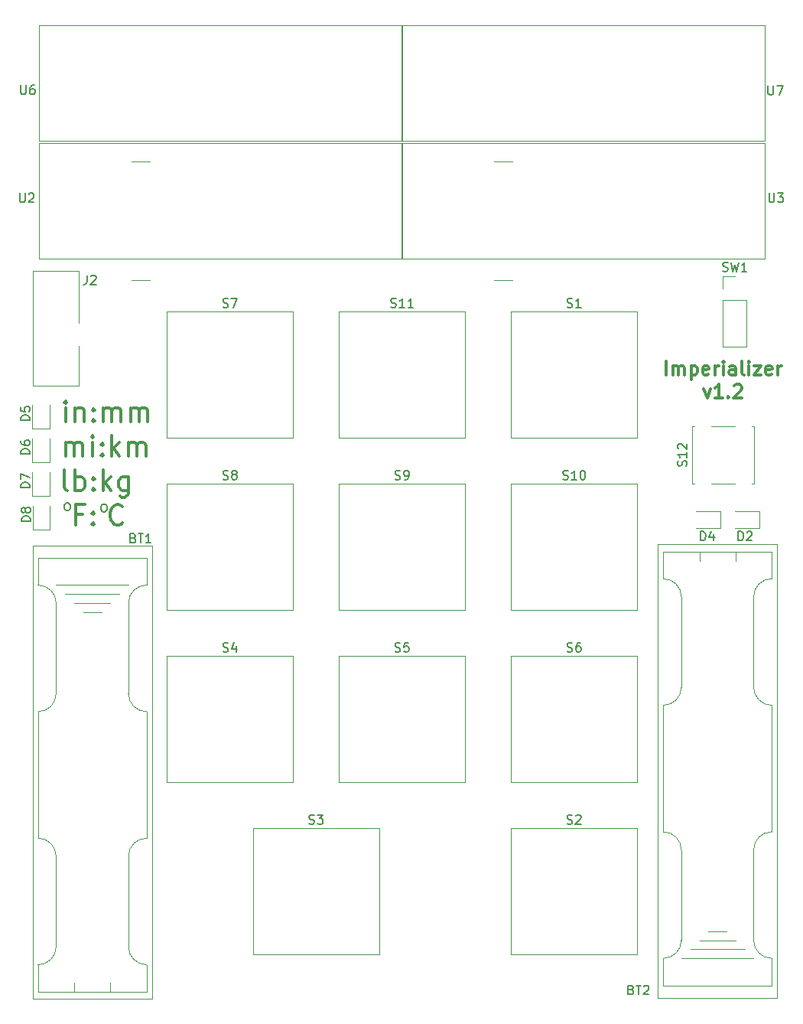
<source format=gbr>
G04 #@! TF.GenerationSoftware,KiCad,Pcbnew,(5.1.6-0-10_14)*
G04 #@! TF.CreationDate,2020-09-15T11:41:32-04:00*
G04 #@! TF.ProjectId,imperializer,696d7065-7269-4616-9c69-7a65722e6b69,1.2*
G04 #@! TF.SameCoordinates,Original*
G04 #@! TF.FileFunction,Legend,Top*
G04 #@! TF.FilePolarity,Positive*
%FSLAX46Y46*%
G04 Gerber Fmt 4.6, Leading zero omitted, Abs format (unit mm)*
G04 Created by KiCad (PCBNEW (5.1.6-0-10_14)) date 2020-09-15 11:41:32*
%MOMM*%
%LPD*%
G01*
G04 APERTURE LIST*
%ADD10C,0.300000*%
%ADD11C,0.150000*%
%ADD12C,0.120000*%
G04 APERTURE END LIST*
D10*
X99883428Y-82464571D02*
X99776285Y-82571714D01*
X99454857Y-82678857D01*
X99240571Y-82678857D01*
X98919142Y-82571714D01*
X98704857Y-82357428D01*
X98597714Y-82143142D01*
X98490571Y-81714571D01*
X98490571Y-81393142D01*
X98597714Y-80964571D01*
X98704857Y-80750285D01*
X98919142Y-80536000D01*
X99240571Y-80428857D01*
X99454857Y-80428857D01*
X99776285Y-80536000D01*
X99883428Y-80643142D01*
D11*
X97700714Y-81210476D02*
X97581666Y-81150952D01*
X97522142Y-81091428D01*
X97462619Y-80972380D01*
X97462619Y-80615238D01*
X97522142Y-80496190D01*
X97581666Y-80436666D01*
X97700714Y-80377142D01*
X97879285Y-80377142D01*
X97998333Y-80436666D01*
X98057857Y-80496190D01*
X98117380Y-80615238D01*
X98117380Y-80972380D01*
X98057857Y-81091428D01*
X97998333Y-81150952D01*
X97879285Y-81210476D01*
X97700714Y-81210476D01*
X93636714Y-81083476D02*
X93517666Y-81023952D01*
X93458142Y-80964428D01*
X93398619Y-80845380D01*
X93398619Y-80488238D01*
X93458142Y-80369190D01*
X93517666Y-80309666D01*
X93636714Y-80250142D01*
X93815285Y-80250142D01*
X93934333Y-80309666D01*
X93993857Y-80369190D01*
X94053380Y-80488238D01*
X94053380Y-80845380D01*
X93993857Y-80964428D01*
X93934333Y-81023952D01*
X93815285Y-81083476D01*
X93636714Y-81083476D01*
D10*
X93549857Y-75058857D02*
X93549857Y-73558857D01*
X93549857Y-73773142D02*
X93657000Y-73666000D01*
X93871286Y-73558857D01*
X94192714Y-73558857D01*
X94407000Y-73666000D01*
X94514143Y-73880285D01*
X94514143Y-75058857D01*
X94514143Y-73880285D02*
X94621286Y-73666000D01*
X94835571Y-73558857D01*
X95157000Y-73558857D01*
X95371286Y-73666000D01*
X95478428Y-73880285D01*
X95478428Y-75058857D01*
X96549857Y-75058857D02*
X96549857Y-73558857D01*
X96549857Y-72808857D02*
X96442714Y-72916000D01*
X96549857Y-73023142D01*
X96657000Y-72916000D01*
X96549857Y-72808857D01*
X96549857Y-73023142D01*
X97621286Y-74844571D02*
X97728428Y-74951714D01*
X97621286Y-75058857D01*
X97514143Y-74951714D01*
X97621286Y-74844571D01*
X97621286Y-75058857D01*
X97621286Y-73666000D02*
X97728428Y-73773142D01*
X97621286Y-73880285D01*
X97514143Y-73773142D01*
X97621286Y-73666000D01*
X97621286Y-73880285D01*
X98692714Y-75058857D02*
X98692714Y-72808857D01*
X98907000Y-74201714D02*
X99549857Y-75058857D01*
X99549857Y-73558857D02*
X98692714Y-74416000D01*
X100514143Y-75058857D02*
X100514143Y-73558857D01*
X100514143Y-73773142D02*
X100621286Y-73666000D01*
X100835571Y-73558857D01*
X101157000Y-73558857D01*
X101371286Y-73666000D01*
X101478428Y-73880285D01*
X101478428Y-75058857D01*
X101478428Y-73880285D02*
X101585571Y-73666000D01*
X101799857Y-73558857D01*
X102121286Y-73558857D01*
X102335571Y-73666000D01*
X102442714Y-73880285D01*
X102442714Y-75058857D01*
X93770095Y-78868857D02*
X93555809Y-78761714D01*
X93448666Y-78547428D01*
X93448666Y-76618857D01*
X94627238Y-78868857D02*
X94627238Y-76618857D01*
X94627238Y-77476000D02*
X94841523Y-77368857D01*
X95270095Y-77368857D01*
X95484381Y-77476000D01*
X95591523Y-77583142D01*
X95698666Y-77797428D01*
X95698666Y-78440285D01*
X95591523Y-78654571D01*
X95484381Y-78761714D01*
X95270095Y-78868857D01*
X94841523Y-78868857D01*
X94627238Y-78761714D01*
X96662952Y-78654571D02*
X96770095Y-78761714D01*
X96662952Y-78868857D01*
X96555809Y-78761714D01*
X96662952Y-78654571D01*
X96662952Y-78868857D01*
X96662952Y-77476000D02*
X96770095Y-77583142D01*
X96662952Y-77690285D01*
X96555809Y-77583142D01*
X96662952Y-77476000D01*
X96662952Y-77690285D01*
X97734381Y-78868857D02*
X97734381Y-76618857D01*
X97948666Y-78011714D02*
X98591523Y-78868857D01*
X98591523Y-77368857D02*
X97734381Y-78226000D01*
X100520095Y-77368857D02*
X100520095Y-79190285D01*
X100412952Y-79404571D01*
X100305809Y-79511714D01*
X100091523Y-79618857D01*
X99770095Y-79618857D01*
X99555809Y-79511714D01*
X100520095Y-78761714D02*
X100305809Y-78868857D01*
X99877238Y-78868857D01*
X99662952Y-78761714D01*
X99555809Y-78654571D01*
X99448666Y-78440285D01*
X99448666Y-77797428D01*
X99555809Y-77583142D01*
X99662952Y-77476000D01*
X99877238Y-77368857D01*
X100305809Y-77368857D01*
X100520095Y-77476000D01*
X95416714Y-81500285D02*
X94666714Y-81500285D01*
X94666714Y-82678857D02*
X94666714Y-80428857D01*
X95738142Y-80428857D01*
X96595285Y-82464571D02*
X96702428Y-82571714D01*
X96595285Y-82678857D01*
X96488142Y-82571714D01*
X96595285Y-82464571D01*
X96595285Y-82678857D01*
X96595285Y-81286000D02*
X96702428Y-81393142D01*
X96595285Y-81500285D01*
X96488142Y-81393142D01*
X96595285Y-81286000D01*
X96595285Y-81500285D01*
X93561762Y-71248857D02*
X93561762Y-69748857D01*
X93561762Y-68998857D02*
X93454619Y-69106000D01*
X93561762Y-69213142D01*
X93668905Y-69106000D01*
X93561762Y-68998857D01*
X93561762Y-69213142D01*
X94633191Y-69748857D02*
X94633191Y-71248857D01*
X94633191Y-69963142D02*
X94740334Y-69856000D01*
X94954619Y-69748857D01*
X95276048Y-69748857D01*
X95490334Y-69856000D01*
X95597476Y-70070285D01*
X95597476Y-71248857D01*
X96668905Y-71034571D02*
X96776048Y-71141714D01*
X96668905Y-71248857D01*
X96561762Y-71141714D01*
X96668905Y-71034571D01*
X96668905Y-71248857D01*
X96668905Y-69856000D02*
X96776048Y-69963142D01*
X96668905Y-70070285D01*
X96561762Y-69963142D01*
X96668905Y-69856000D01*
X96668905Y-70070285D01*
X97740334Y-71248857D02*
X97740334Y-69748857D01*
X97740334Y-69963142D02*
X97847476Y-69856000D01*
X98061762Y-69748857D01*
X98383191Y-69748857D01*
X98597476Y-69856000D01*
X98704619Y-70070285D01*
X98704619Y-71248857D01*
X98704619Y-70070285D02*
X98811762Y-69856000D01*
X99026048Y-69748857D01*
X99347476Y-69748857D01*
X99561762Y-69856000D01*
X99668905Y-70070285D01*
X99668905Y-71248857D01*
X100740334Y-71248857D02*
X100740334Y-69748857D01*
X100740334Y-69963142D02*
X100847476Y-69856000D01*
X101061762Y-69748857D01*
X101383191Y-69748857D01*
X101597476Y-69856000D01*
X101704619Y-70070285D01*
X101704619Y-71248857D01*
X101704619Y-70070285D02*
X101811762Y-69856000D01*
X102026048Y-69748857D01*
X102347476Y-69748857D01*
X102561762Y-69856000D01*
X102668905Y-70070285D01*
X102668905Y-71248857D01*
X160084285Y-66078571D02*
X160084285Y-64578571D01*
X160798571Y-66078571D02*
X160798571Y-65078571D01*
X160798571Y-65221428D02*
X160870000Y-65150000D01*
X161012857Y-65078571D01*
X161227142Y-65078571D01*
X161370000Y-65150000D01*
X161441428Y-65292857D01*
X161441428Y-66078571D01*
X161441428Y-65292857D02*
X161512857Y-65150000D01*
X161655714Y-65078571D01*
X161870000Y-65078571D01*
X162012857Y-65150000D01*
X162084285Y-65292857D01*
X162084285Y-66078571D01*
X162798571Y-65078571D02*
X162798571Y-66578571D01*
X162798571Y-65150000D02*
X162941428Y-65078571D01*
X163227142Y-65078571D01*
X163370000Y-65150000D01*
X163441428Y-65221428D01*
X163512857Y-65364285D01*
X163512857Y-65792857D01*
X163441428Y-65935714D01*
X163370000Y-66007142D01*
X163227142Y-66078571D01*
X162941428Y-66078571D01*
X162798571Y-66007142D01*
X164727142Y-66007142D02*
X164584285Y-66078571D01*
X164298571Y-66078571D01*
X164155714Y-66007142D01*
X164084285Y-65864285D01*
X164084285Y-65292857D01*
X164155714Y-65150000D01*
X164298571Y-65078571D01*
X164584285Y-65078571D01*
X164727142Y-65150000D01*
X164798571Y-65292857D01*
X164798571Y-65435714D01*
X164084285Y-65578571D01*
X165441428Y-66078571D02*
X165441428Y-65078571D01*
X165441428Y-65364285D02*
X165512857Y-65221428D01*
X165584285Y-65150000D01*
X165727142Y-65078571D01*
X165870000Y-65078571D01*
X166370000Y-66078571D02*
X166370000Y-65078571D01*
X166370000Y-64578571D02*
X166298571Y-64650000D01*
X166370000Y-64721428D01*
X166441428Y-64650000D01*
X166370000Y-64578571D01*
X166370000Y-64721428D01*
X167727142Y-66078571D02*
X167727142Y-65292857D01*
X167655714Y-65150000D01*
X167512857Y-65078571D01*
X167227142Y-65078571D01*
X167084285Y-65150000D01*
X167727142Y-66007142D02*
X167584285Y-66078571D01*
X167227142Y-66078571D01*
X167084285Y-66007142D01*
X167012857Y-65864285D01*
X167012857Y-65721428D01*
X167084285Y-65578571D01*
X167227142Y-65507142D01*
X167584285Y-65507142D01*
X167727142Y-65435714D01*
X168655714Y-66078571D02*
X168512857Y-66007142D01*
X168441428Y-65864285D01*
X168441428Y-64578571D01*
X169227142Y-66078571D02*
X169227142Y-65078571D01*
X169227142Y-64578571D02*
X169155714Y-64650000D01*
X169227142Y-64721428D01*
X169298571Y-64650000D01*
X169227142Y-64578571D01*
X169227142Y-64721428D01*
X169798571Y-65078571D02*
X170584285Y-65078571D01*
X169798571Y-66078571D01*
X170584285Y-66078571D01*
X171727142Y-66007142D02*
X171584285Y-66078571D01*
X171298571Y-66078571D01*
X171155714Y-66007142D01*
X171084285Y-65864285D01*
X171084285Y-65292857D01*
X171155714Y-65150000D01*
X171298571Y-65078571D01*
X171584285Y-65078571D01*
X171727142Y-65150000D01*
X171798571Y-65292857D01*
X171798571Y-65435714D01*
X171084285Y-65578571D01*
X172441428Y-66078571D02*
X172441428Y-65078571D01*
X172441428Y-65364285D02*
X172512857Y-65221428D01*
X172584285Y-65150000D01*
X172727142Y-65078571D01*
X172870000Y-65078571D01*
X164227142Y-67628571D02*
X164584285Y-68628571D01*
X164941428Y-67628571D01*
X166298571Y-68628571D02*
X165441428Y-68628571D01*
X165870000Y-68628571D02*
X165870000Y-67128571D01*
X165727142Y-67342857D01*
X165584285Y-67485714D01*
X165441428Y-67557142D01*
X166941428Y-68485714D02*
X167012857Y-68557142D01*
X166941428Y-68628571D01*
X166870000Y-68557142D01*
X166941428Y-68485714D01*
X166941428Y-68628571D01*
X167584285Y-67271428D02*
X167655714Y-67200000D01*
X167798571Y-67128571D01*
X168155714Y-67128571D01*
X168298571Y-67200000D01*
X168370000Y-67271428D01*
X168441428Y-67414285D01*
X168441428Y-67557142D01*
X168370000Y-67771428D01*
X167512857Y-68628571D01*
X168441428Y-68628571D01*
D12*
X89923500Y-80534000D02*
X89923500Y-83219000D01*
X89923500Y-83219000D02*
X91843500Y-83219000D01*
X91843500Y-83219000D02*
X91843500Y-80534000D01*
X89845000Y-76808666D02*
X89845000Y-79493666D01*
X89845000Y-79493666D02*
X91765000Y-79493666D01*
X91765000Y-79493666D02*
X91765000Y-76808666D01*
X89845000Y-73083333D02*
X89845000Y-75768333D01*
X89845000Y-75768333D02*
X91765000Y-75768333D01*
X91765000Y-75768333D02*
X91765000Y-73083333D01*
X89845000Y-69358000D02*
X89845000Y-72043000D01*
X89845000Y-72043000D02*
X91765000Y-72043000D01*
X91765000Y-72043000D02*
X91765000Y-69358000D01*
X163353000Y-83065500D02*
X166038000Y-83065500D01*
X166038000Y-83065500D02*
X166038000Y-81145500D01*
X166038000Y-81145500D02*
X163353000Y-81145500D01*
X167656000Y-83065500D02*
X170341000Y-83065500D01*
X170341000Y-83065500D02*
X170341000Y-81145500D01*
X170341000Y-81145500D02*
X167656000Y-81145500D01*
X94996000Y-67310000D02*
X89916000Y-67310000D01*
X94996000Y-62865000D02*
X94996000Y-67310000D01*
X94996000Y-54610000D02*
X94996000Y-60325000D01*
X89916000Y-54610000D02*
X94996000Y-54610000D01*
X89916000Y-67310000D02*
X89916000Y-54610000D01*
X166310000Y-62925000D02*
X168970000Y-62925000D01*
X166310000Y-57785000D02*
X166310000Y-62925000D01*
X168970000Y-57785000D02*
X168970000Y-62925000D01*
X166310000Y-57785000D02*
X168970000Y-57785000D01*
X166310000Y-56515000D02*
X166310000Y-55185000D01*
X166310000Y-55185000D02*
X167640000Y-55185000D01*
X163170000Y-78080000D02*
X162920000Y-78080000D01*
X162920000Y-78080000D02*
X162920000Y-71780000D01*
X162920000Y-71780000D02*
X163170000Y-71780000D01*
X167670000Y-78080000D02*
X165070000Y-78080000D01*
X169570000Y-71780000D02*
X169820000Y-71780000D01*
X169820000Y-71780000D02*
X169820000Y-78080000D01*
X169820000Y-78080000D02*
X169570000Y-78080000D01*
X165070000Y-71780000D02*
X167670000Y-71780000D01*
X142875000Y-97155000D02*
X156845000Y-97155000D01*
X156845000Y-97155000D02*
X156845000Y-111125000D01*
X156845000Y-111125000D02*
X142875000Y-111125000D01*
X142875000Y-111125000D02*
X142875000Y-97155000D01*
X104775000Y-97155000D02*
X118745000Y-97155000D01*
X118745000Y-97155000D02*
X118745000Y-111125000D01*
X118745000Y-111125000D02*
X104775000Y-111125000D01*
X104775000Y-111125000D02*
X104775000Y-97155000D01*
X103120000Y-84934000D02*
X89920000Y-84934000D01*
X103120000Y-135134000D02*
X103120000Y-84934000D01*
X89920000Y-135134000D02*
X103120000Y-135134000D01*
X89920000Y-84934000D02*
X89920000Y-135134000D01*
X95520000Y-92334000D02*
X97520000Y-92334000D01*
X94520000Y-91334000D02*
X98520000Y-91334000D01*
X99520000Y-90334000D02*
X93520000Y-90334000D01*
X92520000Y-89334000D02*
X100520000Y-89334000D01*
X94520000Y-134334000D02*
X94520000Y-133334000D01*
X98520000Y-133334000D02*
X98520000Y-134334000D01*
X102520000Y-117334000D02*
X102520000Y-103334000D01*
X90520000Y-103334000D02*
X90520000Y-117334000D01*
X100520000Y-129334000D02*
X100520000Y-119334000D01*
X92520000Y-129334000D02*
X92520000Y-119334000D01*
X92520000Y-91334000D02*
X92520000Y-101334000D01*
X100520000Y-91334000D02*
X100520000Y-101334000D01*
X90520000Y-134334000D02*
X90520000Y-131334000D01*
X90520000Y-134334000D02*
X102520000Y-134334000D01*
X102520000Y-134334000D02*
X102520000Y-131334000D01*
X90520000Y-86334000D02*
X90520000Y-89334000D01*
X90520000Y-86334000D02*
X102520000Y-86334000D01*
X102520000Y-86334000D02*
X102520000Y-89334000D01*
X90520000Y-131334000D02*
G75*
G03*
X92520000Y-129334000I0J2000000D01*
G01*
X92520000Y-91334000D02*
G75*
G03*
X90520000Y-89334000I-2000000J0D01*
G01*
X102520000Y-89334000D02*
G75*
G03*
X100520000Y-91334000I0J-2000000D01*
G01*
X100520000Y-129334000D02*
G75*
G03*
X102520000Y-131334000I2000000J0D01*
G01*
X100520000Y-101334000D02*
G75*
G03*
X102520000Y-103334000I2000000J0D01*
G01*
X102520000Y-117334000D02*
G75*
G03*
X100520000Y-119334000I0J-2000000D01*
G01*
X92520000Y-119334000D02*
G75*
G03*
X90520000Y-117334000I-2000000J0D01*
G01*
X90520000Y-103334000D02*
G75*
G03*
X92520000Y-101334000I0J2000000D01*
G01*
X104775000Y-78105000D02*
X118745000Y-78105000D01*
X118745000Y-78105000D02*
X118745000Y-92075000D01*
X118745000Y-92075000D02*
X104775000Y-92075000D01*
X104775000Y-92075000D02*
X104775000Y-78105000D01*
X100854000Y-42512000D02*
X102854000Y-42512000D01*
X130834000Y-27382000D02*
X90654000Y-27382000D01*
X130834000Y-40182000D02*
X130834000Y-27382000D01*
X90654000Y-40182000D02*
X130834000Y-40182000D01*
X90654000Y-40182000D02*
X90654000Y-27382000D01*
X140986000Y-42512000D02*
X142986000Y-42512000D01*
X170966000Y-27382000D02*
X130786000Y-27382000D01*
X170966000Y-40182000D02*
X170966000Y-27382000D01*
X130786000Y-40182000D02*
X170966000Y-40182000D01*
X130786000Y-40182000D02*
X130786000Y-27382000D01*
X159135000Y-135030000D02*
X172335000Y-135030000D01*
X159135000Y-84830000D02*
X159135000Y-135030000D01*
X172335000Y-84830000D02*
X159135000Y-84830000D01*
X172335000Y-135030000D02*
X172335000Y-84830000D01*
X166735000Y-127630000D02*
X164735000Y-127630000D01*
X167735000Y-128630000D02*
X163735000Y-128630000D01*
X162735000Y-129630000D02*
X168735000Y-129630000D01*
X169735000Y-130630000D02*
X161735000Y-130630000D01*
X167735000Y-85630000D02*
X167735000Y-86630000D01*
X163735000Y-86630000D02*
X163735000Y-85630000D01*
X159735000Y-102630000D02*
X159735000Y-116630000D01*
X171735000Y-116630000D02*
X171735000Y-102630000D01*
X161735000Y-90630000D02*
X161735000Y-100630000D01*
X169735000Y-90630000D02*
X169735000Y-100630000D01*
X169735000Y-128630000D02*
X169735000Y-118630000D01*
X161735000Y-128630000D02*
X161735000Y-118630000D01*
X171735000Y-85630000D02*
X171735000Y-88630000D01*
X171735000Y-85630000D02*
X159735000Y-85630000D01*
X159735000Y-85630000D02*
X159735000Y-88630000D01*
X171735000Y-133630000D02*
X171735000Y-130630000D01*
X171735000Y-133630000D02*
X159735000Y-133630000D01*
X159735000Y-133630000D02*
X159735000Y-130630000D01*
X171735000Y-88630000D02*
G75*
G03*
X169735000Y-90630000I0J-2000000D01*
G01*
X169735000Y-128630000D02*
G75*
G03*
X171735000Y-130630000I2000000J0D01*
G01*
X159735000Y-130630000D02*
G75*
G03*
X161735000Y-128630000I0J2000000D01*
G01*
X161735000Y-90630000D02*
G75*
G03*
X159735000Y-88630000I-2000000J0D01*
G01*
X161735000Y-118630000D02*
G75*
G03*
X159735000Y-116630000I-2000000J0D01*
G01*
X159735000Y-102630000D02*
G75*
G03*
X161735000Y-100630000I0J2000000D01*
G01*
X169735000Y-100630000D02*
G75*
G03*
X171735000Y-102630000I2000000J0D01*
G01*
X171735000Y-116630000D02*
G75*
G03*
X169735000Y-118630000I0J-2000000D01*
G01*
X140986000Y-55593000D02*
X142986000Y-55593000D01*
X170966000Y-40463000D02*
X130786000Y-40463000D01*
X170966000Y-53263000D02*
X170966000Y-40463000D01*
X130786000Y-53263000D02*
X170966000Y-53263000D01*
X130786000Y-53263000D02*
X130786000Y-40463000D01*
X114300000Y-116205000D02*
X128270000Y-116205000D01*
X128270000Y-116205000D02*
X128270000Y-130175000D01*
X128270000Y-130175000D02*
X114300000Y-130175000D01*
X114300000Y-130175000D02*
X114300000Y-116205000D01*
X142875000Y-116205000D02*
X156845000Y-116205000D01*
X156845000Y-116205000D02*
X156845000Y-130175000D01*
X156845000Y-130175000D02*
X142875000Y-130175000D01*
X142875000Y-130175000D02*
X142875000Y-116205000D01*
X142875000Y-59055000D02*
X156845000Y-59055000D01*
X156845000Y-59055000D02*
X156845000Y-73025000D01*
X156845000Y-73025000D02*
X142875000Y-73025000D01*
X142875000Y-73025000D02*
X142875000Y-59055000D01*
X100854000Y-55593000D02*
X102854000Y-55593000D01*
X130834000Y-40463000D02*
X90654000Y-40463000D01*
X130834000Y-53263000D02*
X130834000Y-40463000D01*
X90654000Y-53263000D02*
X130834000Y-53263000D01*
X90654000Y-53263000D02*
X90654000Y-40463000D01*
X123825000Y-59055000D02*
X137795000Y-59055000D01*
X137795000Y-59055000D02*
X137795000Y-73025000D01*
X137795000Y-73025000D02*
X123825000Y-73025000D01*
X123825000Y-73025000D02*
X123825000Y-59055000D01*
X142875000Y-78105000D02*
X156845000Y-78105000D01*
X156845000Y-78105000D02*
X156845000Y-92075000D01*
X156845000Y-92075000D02*
X142875000Y-92075000D01*
X142875000Y-92075000D02*
X142875000Y-78105000D01*
X123825000Y-78105000D02*
X137795000Y-78105000D01*
X137795000Y-78105000D02*
X137795000Y-92075000D01*
X137795000Y-92075000D02*
X123825000Y-92075000D01*
X123825000Y-92075000D02*
X123825000Y-78105000D01*
X104775000Y-59055000D02*
X118745000Y-59055000D01*
X118745000Y-59055000D02*
X118745000Y-73025000D01*
X118745000Y-73025000D02*
X104775000Y-73025000D01*
X104775000Y-73025000D02*
X104775000Y-59055000D01*
X123825000Y-97155000D02*
X137795000Y-97155000D01*
X137795000Y-97155000D02*
X137795000Y-111125000D01*
X137795000Y-111125000D02*
X123825000Y-111125000D01*
X123825000Y-111125000D02*
X123825000Y-97155000D01*
D11*
X89685880Y-82272095D02*
X88685880Y-82272095D01*
X88685880Y-82034000D01*
X88733500Y-81891142D01*
X88828738Y-81795904D01*
X88923976Y-81748285D01*
X89114452Y-81700666D01*
X89257309Y-81700666D01*
X89447785Y-81748285D01*
X89543023Y-81795904D01*
X89638261Y-81891142D01*
X89685880Y-82034000D01*
X89685880Y-82272095D01*
X89114452Y-81129238D02*
X89066833Y-81224476D01*
X89019214Y-81272095D01*
X88923976Y-81319714D01*
X88876357Y-81319714D01*
X88781119Y-81272095D01*
X88733500Y-81224476D01*
X88685880Y-81129238D01*
X88685880Y-80938761D01*
X88733500Y-80843523D01*
X88781119Y-80795904D01*
X88876357Y-80748285D01*
X88923976Y-80748285D01*
X89019214Y-80795904D01*
X89066833Y-80843523D01*
X89114452Y-80938761D01*
X89114452Y-81129238D01*
X89162071Y-81224476D01*
X89209690Y-81272095D01*
X89304928Y-81319714D01*
X89495404Y-81319714D01*
X89590642Y-81272095D01*
X89638261Y-81224476D01*
X89685880Y-81129238D01*
X89685880Y-80938761D01*
X89638261Y-80843523D01*
X89590642Y-80795904D01*
X89495404Y-80748285D01*
X89304928Y-80748285D01*
X89209690Y-80795904D01*
X89162071Y-80843523D01*
X89114452Y-80938761D01*
X89607380Y-78546761D02*
X88607380Y-78546761D01*
X88607380Y-78308666D01*
X88655000Y-78165808D01*
X88750238Y-78070570D01*
X88845476Y-78022951D01*
X89035952Y-77975332D01*
X89178809Y-77975332D01*
X89369285Y-78022951D01*
X89464523Y-78070570D01*
X89559761Y-78165808D01*
X89607380Y-78308666D01*
X89607380Y-78546761D01*
X88607380Y-77641999D02*
X88607380Y-76975332D01*
X89607380Y-77403904D01*
X89607380Y-74821428D02*
X88607380Y-74821428D01*
X88607380Y-74583333D01*
X88655000Y-74440475D01*
X88750238Y-74345237D01*
X88845476Y-74297618D01*
X89035952Y-74249999D01*
X89178809Y-74249999D01*
X89369285Y-74297618D01*
X89464523Y-74345237D01*
X89559761Y-74440475D01*
X89607380Y-74583333D01*
X89607380Y-74821428D01*
X88607380Y-73392856D02*
X88607380Y-73583333D01*
X88655000Y-73678571D01*
X88702619Y-73726190D01*
X88845476Y-73821428D01*
X89035952Y-73869047D01*
X89416904Y-73869047D01*
X89512142Y-73821428D01*
X89559761Y-73773809D01*
X89607380Y-73678571D01*
X89607380Y-73488094D01*
X89559761Y-73392856D01*
X89512142Y-73345237D01*
X89416904Y-73297618D01*
X89178809Y-73297618D01*
X89083571Y-73345237D01*
X89035952Y-73392856D01*
X88988333Y-73488094D01*
X88988333Y-73678571D01*
X89035952Y-73773809D01*
X89083571Y-73821428D01*
X89178809Y-73869047D01*
X89607380Y-71096095D02*
X88607380Y-71096095D01*
X88607380Y-70858000D01*
X88655000Y-70715142D01*
X88750238Y-70619904D01*
X88845476Y-70572285D01*
X89035952Y-70524666D01*
X89178809Y-70524666D01*
X89369285Y-70572285D01*
X89464523Y-70619904D01*
X89559761Y-70715142D01*
X89607380Y-70858000D01*
X89607380Y-71096095D01*
X88607380Y-69619904D02*
X88607380Y-70096095D01*
X89083571Y-70143714D01*
X89035952Y-70096095D01*
X88988333Y-70000857D01*
X88988333Y-69762761D01*
X89035952Y-69667523D01*
X89083571Y-69619904D01*
X89178809Y-69572285D01*
X89416904Y-69572285D01*
X89512142Y-69619904D01*
X89559761Y-69667523D01*
X89607380Y-69762761D01*
X89607380Y-70000857D01*
X89559761Y-70096095D01*
X89512142Y-70143714D01*
X163853904Y-84399380D02*
X163853904Y-83399380D01*
X164092000Y-83399380D01*
X164234857Y-83447000D01*
X164330095Y-83542238D01*
X164377714Y-83637476D01*
X164425333Y-83827952D01*
X164425333Y-83970809D01*
X164377714Y-84161285D01*
X164330095Y-84256523D01*
X164234857Y-84351761D01*
X164092000Y-84399380D01*
X163853904Y-84399380D01*
X165282476Y-83732714D02*
X165282476Y-84399380D01*
X165044380Y-83351761D02*
X164806285Y-84066047D01*
X165425333Y-84066047D01*
X168044904Y-84399380D02*
X168044904Y-83399380D01*
X168283000Y-83399380D01*
X168425857Y-83447000D01*
X168521095Y-83542238D01*
X168568714Y-83637476D01*
X168616333Y-83827952D01*
X168616333Y-83970809D01*
X168568714Y-84161285D01*
X168521095Y-84256523D01*
X168425857Y-84351761D01*
X168283000Y-84399380D01*
X168044904Y-84399380D01*
X168997285Y-83494619D02*
X169044904Y-83447000D01*
X169140142Y-83399380D01*
X169378238Y-83399380D01*
X169473476Y-83447000D01*
X169521095Y-83494619D01*
X169568714Y-83589857D01*
X169568714Y-83685095D01*
X169521095Y-83827952D01*
X168949666Y-84399380D01*
X169568714Y-84399380D01*
X95932666Y-55078380D02*
X95932666Y-55792666D01*
X95885047Y-55935523D01*
X95789809Y-56030761D01*
X95646952Y-56078380D01*
X95551714Y-56078380D01*
X96361238Y-55173619D02*
X96408857Y-55126000D01*
X96504095Y-55078380D01*
X96742190Y-55078380D01*
X96837428Y-55126000D01*
X96885047Y-55173619D01*
X96932666Y-55268857D01*
X96932666Y-55364095D01*
X96885047Y-55506952D01*
X96313619Y-56078380D01*
X96932666Y-56078380D01*
X166306666Y-54589761D02*
X166449523Y-54637380D01*
X166687619Y-54637380D01*
X166782857Y-54589761D01*
X166830476Y-54542142D01*
X166878095Y-54446904D01*
X166878095Y-54351666D01*
X166830476Y-54256428D01*
X166782857Y-54208809D01*
X166687619Y-54161190D01*
X166497142Y-54113571D01*
X166401904Y-54065952D01*
X166354285Y-54018333D01*
X166306666Y-53923095D01*
X166306666Y-53827857D01*
X166354285Y-53732619D01*
X166401904Y-53685000D01*
X166497142Y-53637380D01*
X166735238Y-53637380D01*
X166878095Y-53685000D01*
X167211428Y-53637380D02*
X167449523Y-54637380D01*
X167640000Y-53923095D01*
X167830476Y-54637380D01*
X168068571Y-53637380D01*
X168973333Y-54637380D02*
X168401904Y-54637380D01*
X168687619Y-54637380D02*
X168687619Y-53637380D01*
X168592380Y-53780238D01*
X168497142Y-53875476D01*
X168401904Y-53923095D01*
X162274761Y-76168095D02*
X162322380Y-76025238D01*
X162322380Y-75787142D01*
X162274761Y-75691904D01*
X162227142Y-75644285D01*
X162131904Y-75596666D01*
X162036666Y-75596666D01*
X161941428Y-75644285D01*
X161893809Y-75691904D01*
X161846190Y-75787142D01*
X161798571Y-75977619D01*
X161750952Y-76072857D01*
X161703333Y-76120476D01*
X161608095Y-76168095D01*
X161512857Y-76168095D01*
X161417619Y-76120476D01*
X161370000Y-76072857D01*
X161322380Y-75977619D01*
X161322380Y-75739523D01*
X161370000Y-75596666D01*
X162322380Y-74644285D02*
X162322380Y-75215714D01*
X162322380Y-74930000D02*
X161322380Y-74930000D01*
X161465238Y-75025238D01*
X161560476Y-75120476D01*
X161608095Y-75215714D01*
X161417619Y-74263333D02*
X161370000Y-74215714D01*
X161322380Y-74120476D01*
X161322380Y-73882380D01*
X161370000Y-73787142D01*
X161417619Y-73739523D01*
X161512857Y-73691904D01*
X161608095Y-73691904D01*
X161750952Y-73739523D01*
X162322380Y-74310952D01*
X162322380Y-73691904D01*
X149098095Y-96670761D02*
X149240952Y-96718380D01*
X149479047Y-96718380D01*
X149574285Y-96670761D01*
X149621904Y-96623142D01*
X149669523Y-96527904D01*
X149669523Y-96432666D01*
X149621904Y-96337428D01*
X149574285Y-96289809D01*
X149479047Y-96242190D01*
X149288571Y-96194571D01*
X149193333Y-96146952D01*
X149145714Y-96099333D01*
X149098095Y-96004095D01*
X149098095Y-95908857D01*
X149145714Y-95813619D01*
X149193333Y-95766000D01*
X149288571Y-95718380D01*
X149526666Y-95718380D01*
X149669523Y-95766000D01*
X150526666Y-95718380D02*
X150336190Y-95718380D01*
X150240952Y-95766000D01*
X150193333Y-95813619D01*
X150098095Y-95956476D01*
X150050476Y-96146952D01*
X150050476Y-96527904D01*
X150098095Y-96623142D01*
X150145714Y-96670761D01*
X150240952Y-96718380D01*
X150431428Y-96718380D01*
X150526666Y-96670761D01*
X150574285Y-96623142D01*
X150621904Y-96527904D01*
X150621904Y-96289809D01*
X150574285Y-96194571D01*
X150526666Y-96146952D01*
X150431428Y-96099333D01*
X150240952Y-96099333D01*
X150145714Y-96146952D01*
X150098095Y-96194571D01*
X150050476Y-96289809D01*
X110998095Y-96670761D02*
X111140952Y-96718380D01*
X111379047Y-96718380D01*
X111474285Y-96670761D01*
X111521904Y-96623142D01*
X111569523Y-96527904D01*
X111569523Y-96432666D01*
X111521904Y-96337428D01*
X111474285Y-96289809D01*
X111379047Y-96242190D01*
X111188571Y-96194571D01*
X111093333Y-96146952D01*
X111045714Y-96099333D01*
X110998095Y-96004095D01*
X110998095Y-95908857D01*
X111045714Y-95813619D01*
X111093333Y-95766000D01*
X111188571Y-95718380D01*
X111426666Y-95718380D01*
X111569523Y-95766000D01*
X112426666Y-96051714D02*
X112426666Y-96718380D01*
X112188571Y-95670761D02*
X111950476Y-96385047D01*
X112569523Y-96385047D01*
X101068285Y-84129571D02*
X101211142Y-84177190D01*
X101258761Y-84224809D01*
X101306380Y-84320047D01*
X101306380Y-84462904D01*
X101258761Y-84558142D01*
X101211142Y-84605761D01*
X101115904Y-84653380D01*
X100734952Y-84653380D01*
X100734952Y-83653380D01*
X101068285Y-83653380D01*
X101163523Y-83701000D01*
X101211142Y-83748619D01*
X101258761Y-83843857D01*
X101258761Y-83939095D01*
X101211142Y-84034333D01*
X101163523Y-84081952D01*
X101068285Y-84129571D01*
X100734952Y-84129571D01*
X101592095Y-83653380D02*
X102163523Y-83653380D01*
X101877809Y-84653380D02*
X101877809Y-83653380D01*
X103020666Y-84653380D02*
X102449238Y-84653380D01*
X102734952Y-84653380D02*
X102734952Y-83653380D01*
X102639714Y-83796238D01*
X102544476Y-83891476D01*
X102449238Y-83939095D01*
X110998095Y-77620761D02*
X111140952Y-77668380D01*
X111379047Y-77668380D01*
X111474285Y-77620761D01*
X111521904Y-77573142D01*
X111569523Y-77477904D01*
X111569523Y-77382666D01*
X111521904Y-77287428D01*
X111474285Y-77239809D01*
X111379047Y-77192190D01*
X111188571Y-77144571D01*
X111093333Y-77096952D01*
X111045714Y-77049333D01*
X110998095Y-76954095D01*
X110998095Y-76858857D01*
X111045714Y-76763619D01*
X111093333Y-76716000D01*
X111188571Y-76668380D01*
X111426666Y-76668380D01*
X111569523Y-76716000D01*
X112140952Y-77096952D02*
X112045714Y-77049333D01*
X111998095Y-77001714D01*
X111950476Y-76906476D01*
X111950476Y-76858857D01*
X111998095Y-76763619D01*
X112045714Y-76716000D01*
X112140952Y-76668380D01*
X112331428Y-76668380D01*
X112426666Y-76716000D01*
X112474285Y-76763619D01*
X112521904Y-76858857D01*
X112521904Y-76906476D01*
X112474285Y-77001714D01*
X112426666Y-77049333D01*
X112331428Y-77096952D01*
X112140952Y-77096952D01*
X112045714Y-77144571D01*
X111998095Y-77192190D01*
X111950476Y-77287428D01*
X111950476Y-77477904D01*
X111998095Y-77573142D01*
X112045714Y-77620761D01*
X112140952Y-77668380D01*
X112331428Y-77668380D01*
X112426666Y-77620761D01*
X112474285Y-77573142D01*
X112521904Y-77477904D01*
X112521904Y-77287428D01*
X112474285Y-77192190D01*
X112426666Y-77144571D01*
X112331428Y-77096952D01*
X88595295Y-34047180D02*
X88595295Y-34856704D01*
X88642914Y-34951942D01*
X88690533Y-34999561D01*
X88785771Y-35047180D01*
X88976247Y-35047180D01*
X89071485Y-34999561D01*
X89119104Y-34951942D01*
X89166723Y-34856704D01*
X89166723Y-34047180D01*
X90071485Y-34047180D02*
X89881009Y-34047180D01*
X89785771Y-34094800D01*
X89738152Y-34142419D01*
X89642914Y-34285276D01*
X89595295Y-34475752D01*
X89595295Y-34856704D01*
X89642914Y-34951942D01*
X89690533Y-34999561D01*
X89785771Y-35047180D01*
X89976247Y-35047180D01*
X90071485Y-34999561D01*
X90119104Y-34951942D01*
X90166723Y-34856704D01*
X90166723Y-34618609D01*
X90119104Y-34523371D01*
X90071485Y-34475752D01*
X89976247Y-34428133D01*
X89785771Y-34428133D01*
X89690533Y-34475752D01*
X89642914Y-34523371D01*
X89595295Y-34618609D01*
X171348495Y-34097980D02*
X171348495Y-34907504D01*
X171396114Y-35002742D01*
X171443733Y-35050361D01*
X171538971Y-35097980D01*
X171729447Y-35097980D01*
X171824685Y-35050361D01*
X171872304Y-35002742D01*
X171919923Y-34907504D01*
X171919923Y-34097980D01*
X172300876Y-34097980D02*
X172967542Y-34097980D01*
X172538971Y-35097980D01*
X156186285Y-134104071D02*
X156329142Y-134151690D01*
X156376761Y-134199309D01*
X156424380Y-134294547D01*
X156424380Y-134437404D01*
X156376761Y-134532642D01*
X156329142Y-134580261D01*
X156233904Y-134627880D01*
X155852952Y-134627880D01*
X155852952Y-133627880D01*
X156186285Y-133627880D01*
X156281523Y-133675500D01*
X156329142Y-133723119D01*
X156376761Y-133818357D01*
X156376761Y-133913595D01*
X156329142Y-134008833D01*
X156281523Y-134056452D01*
X156186285Y-134104071D01*
X155852952Y-134104071D01*
X156710095Y-133627880D02*
X157281523Y-133627880D01*
X156995809Y-134627880D02*
X156995809Y-133627880D01*
X157567238Y-133723119D02*
X157614857Y-133675500D01*
X157710095Y-133627880D01*
X157948190Y-133627880D01*
X158043428Y-133675500D01*
X158091047Y-133723119D01*
X158138666Y-133818357D01*
X158138666Y-133913595D01*
X158091047Y-134056452D01*
X157519619Y-134627880D01*
X158138666Y-134627880D01*
X171450095Y-45985180D02*
X171450095Y-46794704D01*
X171497714Y-46889942D01*
X171545333Y-46937561D01*
X171640571Y-46985180D01*
X171831047Y-46985180D01*
X171926285Y-46937561D01*
X171973904Y-46889942D01*
X172021523Y-46794704D01*
X172021523Y-45985180D01*
X172402476Y-45985180D02*
X173021523Y-45985180D01*
X172688190Y-46366133D01*
X172831047Y-46366133D01*
X172926285Y-46413752D01*
X172973904Y-46461371D01*
X173021523Y-46556609D01*
X173021523Y-46794704D01*
X172973904Y-46889942D01*
X172926285Y-46937561D01*
X172831047Y-46985180D01*
X172545333Y-46985180D01*
X172450095Y-46937561D01*
X172402476Y-46889942D01*
X120523095Y-115720761D02*
X120665952Y-115768380D01*
X120904047Y-115768380D01*
X120999285Y-115720761D01*
X121046904Y-115673142D01*
X121094523Y-115577904D01*
X121094523Y-115482666D01*
X121046904Y-115387428D01*
X120999285Y-115339809D01*
X120904047Y-115292190D01*
X120713571Y-115244571D01*
X120618333Y-115196952D01*
X120570714Y-115149333D01*
X120523095Y-115054095D01*
X120523095Y-114958857D01*
X120570714Y-114863619D01*
X120618333Y-114816000D01*
X120713571Y-114768380D01*
X120951666Y-114768380D01*
X121094523Y-114816000D01*
X121427857Y-114768380D02*
X122046904Y-114768380D01*
X121713571Y-115149333D01*
X121856428Y-115149333D01*
X121951666Y-115196952D01*
X121999285Y-115244571D01*
X122046904Y-115339809D01*
X122046904Y-115577904D01*
X121999285Y-115673142D01*
X121951666Y-115720761D01*
X121856428Y-115768380D01*
X121570714Y-115768380D01*
X121475476Y-115720761D01*
X121427857Y-115673142D01*
X149098095Y-115720761D02*
X149240952Y-115768380D01*
X149479047Y-115768380D01*
X149574285Y-115720761D01*
X149621904Y-115673142D01*
X149669523Y-115577904D01*
X149669523Y-115482666D01*
X149621904Y-115387428D01*
X149574285Y-115339809D01*
X149479047Y-115292190D01*
X149288571Y-115244571D01*
X149193333Y-115196952D01*
X149145714Y-115149333D01*
X149098095Y-115054095D01*
X149098095Y-114958857D01*
X149145714Y-114863619D01*
X149193333Y-114816000D01*
X149288571Y-114768380D01*
X149526666Y-114768380D01*
X149669523Y-114816000D01*
X150050476Y-114863619D02*
X150098095Y-114816000D01*
X150193333Y-114768380D01*
X150431428Y-114768380D01*
X150526666Y-114816000D01*
X150574285Y-114863619D01*
X150621904Y-114958857D01*
X150621904Y-115054095D01*
X150574285Y-115196952D01*
X150002857Y-115768380D01*
X150621904Y-115768380D01*
X149098095Y-58570761D02*
X149240952Y-58618380D01*
X149479047Y-58618380D01*
X149574285Y-58570761D01*
X149621904Y-58523142D01*
X149669523Y-58427904D01*
X149669523Y-58332666D01*
X149621904Y-58237428D01*
X149574285Y-58189809D01*
X149479047Y-58142190D01*
X149288571Y-58094571D01*
X149193333Y-58046952D01*
X149145714Y-57999333D01*
X149098095Y-57904095D01*
X149098095Y-57808857D01*
X149145714Y-57713619D01*
X149193333Y-57666000D01*
X149288571Y-57618380D01*
X149526666Y-57618380D01*
X149669523Y-57666000D01*
X150621904Y-58618380D02*
X150050476Y-58618380D01*
X150336190Y-58618380D02*
X150336190Y-57618380D01*
X150240952Y-57761238D01*
X150145714Y-57856476D01*
X150050476Y-57904095D01*
X88493695Y-45985180D02*
X88493695Y-46794704D01*
X88541314Y-46889942D01*
X88588933Y-46937561D01*
X88684171Y-46985180D01*
X88874647Y-46985180D01*
X88969885Y-46937561D01*
X89017504Y-46889942D01*
X89065123Y-46794704D01*
X89065123Y-45985180D01*
X89493695Y-46080419D02*
X89541314Y-46032800D01*
X89636552Y-45985180D01*
X89874647Y-45985180D01*
X89969885Y-46032800D01*
X90017504Y-46080419D01*
X90065123Y-46175657D01*
X90065123Y-46270895D01*
X90017504Y-46413752D01*
X89446076Y-46985180D01*
X90065123Y-46985180D01*
X129571904Y-58570761D02*
X129714761Y-58618380D01*
X129952857Y-58618380D01*
X130048095Y-58570761D01*
X130095714Y-58523142D01*
X130143333Y-58427904D01*
X130143333Y-58332666D01*
X130095714Y-58237428D01*
X130048095Y-58189809D01*
X129952857Y-58142190D01*
X129762380Y-58094571D01*
X129667142Y-58046952D01*
X129619523Y-57999333D01*
X129571904Y-57904095D01*
X129571904Y-57808857D01*
X129619523Y-57713619D01*
X129667142Y-57666000D01*
X129762380Y-57618380D01*
X130000476Y-57618380D01*
X130143333Y-57666000D01*
X131095714Y-58618380D02*
X130524285Y-58618380D01*
X130810000Y-58618380D02*
X130810000Y-57618380D01*
X130714761Y-57761238D01*
X130619523Y-57856476D01*
X130524285Y-57904095D01*
X132048095Y-58618380D02*
X131476666Y-58618380D01*
X131762380Y-58618380D02*
X131762380Y-57618380D01*
X131667142Y-57761238D01*
X131571904Y-57856476D01*
X131476666Y-57904095D01*
X148621904Y-77620761D02*
X148764761Y-77668380D01*
X149002857Y-77668380D01*
X149098095Y-77620761D01*
X149145714Y-77573142D01*
X149193333Y-77477904D01*
X149193333Y-77382666D01*
X149145714Y-77287428D01*
X149098095Y-77239809D01*
X149002857Y-77192190D01*
X148812380Y-77144571D01*
X148717142Y-77096952D01*
X148669523Y-77049333D01*
X148621904Y-76954095D01*
X148621904Y-76858857D01*
X148669523Y-76763619D01*
X148717142Y-76716000D01*
X148812380Y-76668380D01*
X149050476Y-76668380D01*
X149193333Y-76716000D01*
X150145714Y-77668380D02*
X149574285Y-77668380D01*
X149860000Y-77668380D02*
X149860000Y-76668380D01*
X149764761Y-76811238D01*
X149669523Y-76906476D01*
X149574285Y-76954095D01*
X150764761Y-76668380D02*
X150860000Y-76668380D01*
X150955238Y-76716000D01*
X151002857Y-76763619D01*
X151050476Y-76858857D01*
X151098095Y-77049333D01*
X151098095Y-77287428D01*
X151050476Y-77477904D01*
X151002857Y-77573142D01*
X150955238Y-77620761D01*
X150860000Y-77668380D01*
X150764761Y-77668380D01*
X150669523Y-77620761D01*
X150621904Y-77573142D01*
X150574285Y-77477904D01*
X150526666Y-77287428D01*
X150526666Y-77049333D01*
X150574285Y-76858857D01*
X150621904Y-76763619D01*
X150669523Y-76716000D01*
X150764761Y-76668380D01*
X130048095Y-77620761D02*
X130190952Y-77668380D01*
X130429047Y-77668380D01*
X130524285Y-77620761D01*
X130571904Y-77573142D01*
X130619523Y-77477904D01*
X130619523Y-77382666D01*
X130571904Y-77287428D01*
X130524285Y-77239809D01*
X130429047Y-77192190D01*
X130238571Y-77144571D01*
X130143333Y-77096952D01*
X130095714Y-77049333D01*
X130048095Y-76954095D01*
X130048095Y-76858857D01*
X130095714Y-76763619D01*
X130143333Y-76716000D01*
X130238571Y-76668380D01*
X130476666Y-76668380D01*
X130619523Y-76716000D01*
X131095714Y-77668380D02*
X131286190Y-77668380D01*
X131381428Y-77620761D01*
X131429047Y-77573142D01*
X131524285Y-77430285D01*
X131571904Y-77239809D01*
X131571904Y-76858857D01*
X131524285Y-76763619D01*
X131476666Y-76716000D01*
X131381428Y-76668380D01*
X131190952Y-76668380D01*
X131095714Y-76716000D01*
X131048095Y-76763619D01*
X131000476Y-76858857D01*
X131000476Y-77096952D01*
X131048095Y-77192190D01*
X131095714Y-77239809D01*
X131190952Y-77287428D01*
X131381428Y-77287428D01*
X131476666Y-77239809D01*
X131524285Y-77192190D01*
X131571904Y-77096952D01*
X110998095Y-58570761D02*
X111140952Y-58618380D01*
X111379047Y-58618380D01*
X111474285Y-58570761D01*
X111521904Y-58523142D01*
X111569523Y-58427904D01*
X111569523Y-58332666D01*
X111521904Y-58237428D01*
X111474285Y-58189809D01*
X111379047Y-58142190D01*
X111188571Y-58094571D01*
X111093333Y-58046952D01*
X111045714Y-57999333D01*
X110998095Y-57904095D01*
X110998095Y-57808857D01*
X111045714Y-57713619D01*
X111093333Y-57666000D01*
X111188571Y-57618380D01*
X111426666Y-57618380D01*
X111569523Y-57666000D01*
X111902857Y-57618380D02*
X112569523Y-57618380D01*
X112140952Y-58618380D01*
X130048095Y-96670761D02*
X130190952Y-96718380D01*
X130429047Y-96718380D01*
X130524285Y-96670761D01*
X130571904Y-96623142D01*
X130619523Y-96527904D01*
X130619523Y-96432666D01*
X130571904Y-96337428D01*
X130524285Y-96289809D01*
X130429047Y-96242190D01*
X130238571Y-96194571D01*
X130143333Y-96146952D01*
X130095714Y-96099333D01*
X130048095Y-96004095D01*
X130048095Y-95908857D01*
X130095714Y-95813619D01*
X130143333Y-95766000D01*
X130238571Y-95718380D01*
X130476666Y-95718380D01*
X130619523Y-95766000D01*
X131524285Y-95718380D02*
X131048095Y-95718380D01*
X131000476Y-96194571D01*
X131048095Y-96146952D01*
X131143333Y-96099333D01*
X131381428Y-96099333D01*
X131476666Y-96146952D01*
X131524285Y-96194571D01*
X131571904Y-96289809D01*
X131571904Y-96527904D01*
X131524285Y-96623142D01*
X131476666Y-96670761D01*
X131381428Y-96718380D01*
X131143333Y-96718380D01*
X131048095Y-96670761D01*
X131000476Y-96623142D01*
M02*

</source>
